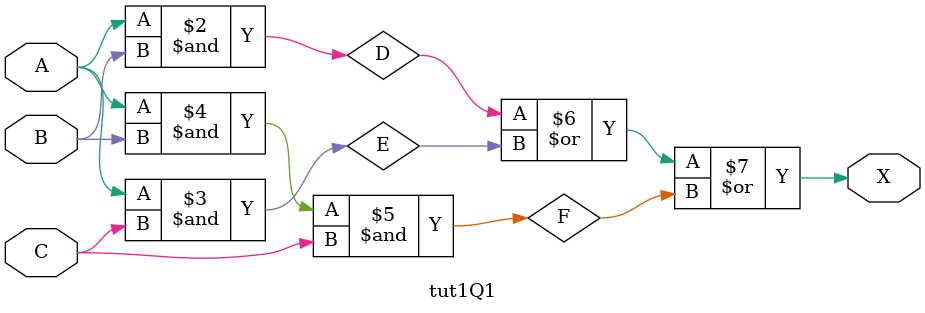
<source format=v>
module tut1Q1
(
    input wire A, B,C,
    output reg X
    );
    
    reg D,E,F;
    always @(*) begin
        D=A&B;
       E=A&C;
       F=A&B&C;
    X=D|E|F; 
    end
    
endmodule
</source>
